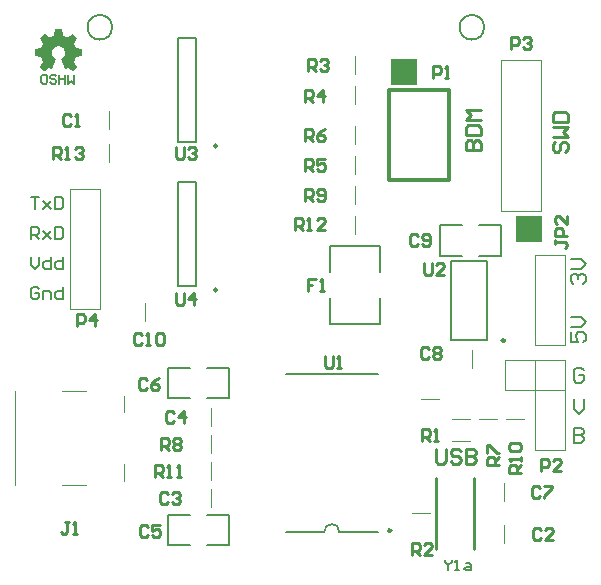
<source format=gto>
G04 Layer_Color=65535*
%FSLAX23Y23*%
%MOIN*%
G70*
G01*
G75*
%ADD22C,0.010*%
%ADD38C,0.010*%
%ADD39C,0.008*%
%ADD40C,0.008*%
%ADD41C,0.004*%
%ADD42C,0.012*%
%ADD43C,0.005*%
%ADD44C,0.007*%
%ADD45R,0.090X0.085*%
G36*
X173Y1854D02*
X173Y1854D01*
Y1853D01*
Y1853D01*
X177Y1833D01*
Y1833D01*
X177Y1833D01*
X178Y1832D01*
X178D01*
X191Y1827D01*
X193D01*
X209Y1838D01*
X210D01*
X210Y1838D01*
X225Y1824D01*
Y1824D01*
Y1823D01*
Y1823D01*
Y1823D01*
X213Y1806D01*
Y1806D01*
Y1806D01*
Y1806D01*
Y1805D01*
Y1805D01*
X219Y1791D01*
X219Y1791D01*
X220Y1790D01*
X220D01*
X239Y1787D01*
X240D01*
X240Y1787D01*
Y1786D01*
Y1786D01*
Y1766D01*
X240Y1766D01*
X239Y1765D01*
X239D01*
X221Y1761D01*
X220D01*
X220Y1761D01*
Y1761D01*
Y1761D01*
X214Y1746D01*
Y1745D01*
Y1745D01*
Y1745D01*
Y1745D01*
X225Y1729D01*
Y1729D01*
Y1728D01*
Y1728D01*
X210Y1714D01*
X210Y1714D01*
X209D01*
X209Y1714D01*
X194Y1724D01*
X193D01*
X186Y1720D01*
X185Y1721D01*
X184Y1721D01*
X171Y1755D01*
X171Y1756D01*
X171Y1756D01*
X173Y1757D01*
X173Y1757D01*
X174D01*
X174Y1758D01*
X174Y1758D01*
X178Y1760D01*
X180Y1763D01*
X181Y1766D01*
X183Y1769D01*
X183Y1771D01*
X184Y1774D01*
X184Y1775D01*
Y1776D01*
X184Y1779D01*
X183Y1782D01*
X182Y1784D01*
X181Y1787D01*
X179Y1789D01*
X179Y1790D01*
X178Y1791D01*
X178Y1791D01*
X175Y1793D01*
X173Y1795D01*
X170Y1796D01*
X168Y1797D01*
X165Y1798D01*
X164Y1798D01*
X162D01*
X159Y1798D01*
X156Y1797D01*
X153Y1796D01*
X151Y1794D01*
X149Y1793D01*
X148Y1792D01*
X147Y1791D01*
X147Y1791D01*
X145Y1789D01*
X143Y1786D01*
X142Y1783D01*
X141Y1781D01*
X141Y1779D01*
X141Y1777D01*
Y1776D01*
Y1776D01*
X141Y1771D01*
X142Y1768D01*
X144Y1765D01*
X146Y1762D01*
X148Y1760D01*
X149Y1759D01*
X150Y1758D01*
X151Y1758D01*
X151Y1757D01*
X151Y1757D01*
X151Y1757D01*
X153Y1756D01*
X154Y1755D01*
Y1755D01*
Y1755D01*
X140Y1721D01*
X139Y1721D01*
X139Y1720D01*
X139D01*
X132Y1724D01*
X131D01*
X116Y1714D01*
X115Y1714D01*
X114D01*
X114Y1714D01*
X100Y1728D01*
Y1728D01*
Y1728D01*
Y1729D01*
X111Y1745D01*
Y1745D01*
Y1745D01*
Y1746D01*
Y1746D01*
X105Y1761D01*
X104Y1761D01*
X104Y1761D01*
X104D01*
X85Y1765D01*
X85Y1766D01*
X84Y1766D01*
Y1766D01*
Y1786D01*
Y1787D01*
X85Y1787D01*
X85D01*
X104Y1790D01*
X105Y1791D01*
X105Y1791D01*
Y1791D01*
X111Y1805D01*
Y1805D01*
Y1806D01*
Y1806D01*
Y1806D01*
X100Y1823D01*
Y1823D01*
Y1823D01*
Y1824D01*
Y1824D01*
X114Y1838D01*
X114Y1838D01*
X116D01*
X132Y1827D01*
X133D01*
X147Y1832D01*
X147Y1833D01*
X148Y1833D01*
Y1833D01*
Y1833D01*
X151Y1853D01*
Y1854D01*
X152Y1854D01*
X172D01*
X173Y1854D01*
D02*
G37*
G36*
X1754Y1173D02*
X1689D01*
X1724Y1227D01*
X1754Y1173D01*
D02*
G37*
G36*
X1316Y1669D02*
X1286Y1724D01*
X1350D01*
X1316Y1669D01*
D02*
G37*
D22*
X1422Y122D02*
Y358D01*
X1548Y122D02*
Y358D01*
X1767Y323D02*
X1760Y330D01*
X1747D01*
X1740Y323D01*
Y297D01*
X1747Y290D01*
X1760D01*
X1767Y297D01*
X1780Y330D02*
X1807D01*
Y323D01*
X1780Y297D01*
Y290D01*
X1772Y183D02*
X1765Y190D01*
X1752D01*
X1745Y183D01*
Y157D01*
X1752Y150D01*
X1765D01*
X1772Y157D01*
X1812Y150D02*
X1785D01*
X1812Y177D01*
Y183D01*
X1805Y190D01*
X1792D01*
X1785Y183D01*
X1705Y375D02*
X1665D01*
Y395D01*
X1672Y402D01*
X1685D01*
X1692Y395D01*
Y375D01*
Y388D02*
X1705Y402D01*
Y415D02*
Y428D01*
Y422D01*
X1665D01*
X1672Y415D01*
Y448D02*
X1665Y455D01*
Y468D01*
X1672Y475D01*
X1698D01*
X1705Y468D01*
Y455D01*
X1698Y448D01*
X1672D01*
X985Y1280D02*
Y1320D01*
X1005D01*
X1012Y1313D01*
Y1300D01*
X1005Y1293D01*
X985D01*
X998D02*
X1012Y1280D01*
X1025Y1287D02*
X1032Y1280D01*
X1045D01*
X1052Y1287D01*
Y1313D01*
X1045Y1320D01*
X1032D01*
X1025Y1313D01*
Y1307D01*
X1032Y1300D01*
X1052D01*
X197Y210D02*
X183D01*
X190D01*
Y177D01*
X183Y170D01*
X177D01*
X170Y177D01*
X210Y170D02*
X223D01*
X217D01*
Y210D01*
X210Y203D01*
X442Y833D02*
X435Y840D01*
X422D01*
X415Y833D01*
Y807D01*
X422Y800D01*
X435D01*
X442Y807D01*
X455Y800D02*
X468D01*
X462D01*
Y840D01*
X455Y833D01*
X488D02*
X495Y840D01*
X508D01*
X515Y833D01*
Y807D01*
X508Y800D01*
X495D01*
X488Y807D01*
Y833D01*
X1670Y1788D02*
Y1828D01*
X1690D01*
X1697Y1821D01*
Y1808D01*
X1690Y1801D01*
X1670D01*
X1710Y1821D02*
X1717Y1828D01*
X1730D01*
X1737Y1821D01*
Y1815D01*
X1730Y1808D01*
X1723D01*
X1730D01*
X1737Y1801D01*
Y1795D01*
X1730Y1788D01*
X1717D01*
X1710Y1795D01*
X555Y975D02*
Y942D01*
X562Y935D01*
X575D01*
X582Y942D01*
Y975D01*
X615Y935D02*
Y975D01*
X595Y955D01*
X622D01*
X204Y1563D02*
X197Y1570D01*
X184D01*
X177Y1563D01*
Y1537D01*
X184Y1530D01*
X197D01*
X204Y1537D01*
X217Y1530D02*
X230D01*
X224D01*
Y1570D01*
X217Y1563D01*
X555Y1460D02*
Y1427D01*
X562Y1420D01*
X575D01*
X582Y1427D01*
Y1460D01*
X595Y1453D02*
X602Y1460D01*
X615D01*
X622Y1453D01*
Y1447D01*
X615Y1440D01*
X608D01*
X615D01*
X622Y1433D01*
Y1427D01*
X615Y1420D01*
X602D01*
X595Y1427D01*
X995Y1715D02*
Y1755D01*
X1015D01*
X1022Y1748D01*
Y1735D01*
X1015Y1728D01*
X995D01*
X1008D02*
X1022Y1715D01*
X1035Y1748D02*
X1042Y1755D01*
X1055D01*
X1062Y1748D01*
Y1742D01*
X1055Y1735D01*
X1048D01*
X1055D01*
X1062Y1728D01*
Y1722D01*
X1055Y1715D01*
X1042D01*
X1035Y1722D01*
X985Y1380D02*
Y1420D01*
X1005D01*
X1012Y1413D01*
Y1400D01*
X1005Y1393D01*
X985D01*
X998D02*
X1012Y1380D01*
X1052Y1420D02*
X1025D01*
Y1400D01*
X1038Y1407D01*
X1045D01*
X1052Y1400D01*
Y1387D01*
X1045Y1380D01*
X1032D01*
X1025Y1387D01*
X985Y1610D02*
Y1650D01*
X1005D01*
X1012Y1643D01*
Y1630D01*
X1005Y1623D01*
X985D01*
X998D02*
X1012Y1610D01*
X1045D02*
Y1650D01*
X1025Y1630D01*
X1052D01*
X985Y1480D02*
Y1520D01*
X1005D01*
X1012Y1513D01*
Y1500D01*
X1005Y1493D01*
X985D01*
X998D02*
X1012Y1480D01*
X1052Y1520D02*
X1038Y1513D01*
X1025Y1500D01*
Y1487D01*
X1032Y1480D01*
X1045D01*
X1052Y1487D01*
Y1493D01*
X1045Y1500D01*
X1025D01*
X547Y573D02*
X540Y580D01*
X527D01*
X520Y573D01*
Y547D01*
X527Y540D01*
X540D01*
X547Y547D01*
X580Y540D02*
Y580D01*
X560Y560D01*
X587D01*
X1375Y481D02*
Y521D01*
X1395D01*
X1402Y515D01*
Y501D01*
X1395Y495D01*
X1375D01*
X1388D02*
X1402Y481D01*
X1415D02*
X1428D01*
X1422D01*
Y521D01*
X1415Y515D01*
X505Y450D02*
Y490D01*
X525D01*
X532Y483D01*
Y470D01*
X525Y463D01*
X505D01*
X518D02*
X532Y450D01*
X545Y483D02*
X552Y490D01*
X565D01*
X572Y483D01*
Y477D01*
X565Y470D01*
X572Y463D01*
Y457D01*
X565Y450D01*
X552D01*
X545Y457D01*
Y463D01*
X552Y470D01*
X545Y477D01*
Y483D01*
X552Y470D02*
X565D01*
X485Y360D02*
Y400D01*
X505D01*
X512Y393D01*
Y380D01*
X505Y373D01*
X485D01*
X498D02*
X512Y360D01*
X525D02*
X538D01*
X532D01*
Y400D01*
X525Y393D01*
X558Y360D02*
X572D01*
X565D01*
Y400D01*
X558Y393D01*
X527Y303D02*
X520Y310D01*
X507D01*
X500Y303D01*
Y277D01*
X507Y270D01*
X520D01*
X527Y277D01*
X540Y303D02*
X547Y310D01*
X560D01*
X567Y303D01*
Y297D01*
X560Y290D01*
X553D01*
X560D01*
X567Y283D01*
Y277D01*
X560Y270D01*
X547D01*
X540Y277D01*
X1340Y100D02*
Y140D01*
X1360D01*
X1367Y133D01*
Y120D01*
X1360Y113D01*
X1340D01*
X1353D02*
X1367Y100D01*
X1407D02*
X1380D01*
X1407Y127D01*
Y133D01*
X1400Y140D01*
X1387D01*
X1380Y133D01*
X462Y193D02*
X455Y200D01*
X442D01*
X435Y193D01*
Y167D01*
X442Y160D01*
X455D01*
X462Y167D01*
X502Y200D02*
X475D01*
Y180D01*
X488Y187D01*
X495D01*
X502Y180D01*
Y167D01*
X495Y160D01*
X482D01*
X475Y167D01*
X457Y683D02*
X450Y690D01*
X437D01*
X430Y683D01*
Y657D01*
X437Y650D01*
X450D01*
X457Y657D01*
X497Y690D02*
X483Y683D01*
X470Y670D01*
Y657D01*
X477Y650D01*
X490D01*
X497Y657D01*
Y663D01*
X490Y670D01*
X470D01*
X1630Y400D02*
X1590D01*
Y420D01*
X1597Y427D01*
X1610D01*
X1617Y420D01*
Y400D01*
Y413D02*
X1630Y427D01*
X1590Y440D02*
Y467D01*
X1597D01*
X1623Y440D01*
X1630D01*
X1770Y380D02*
Y420D01*
X1790D01*
X1797Y413D01*
Y400D01*
X1790Y393D01*
X1770D01*
X1837Y380D02*
X1810D01*
X1837Y407D01*
Y413D01*
X1830Y420D01*
X1817D01*
X1810Y413D01*
X1050Y765D02*
Y732D01*
X1057Y725D01*
X1070D01*
X1077Y732D01*
Y765D01*
X1090Y725D02*
X1103D01*
X1097D01*
Y765D01*
X1090Y758D01*
X1409Y1690D02*
Y1730D01*
X1429D01*
X1436Y1723D01*
Y1710D01*
X1429Y1703D01*
X1409D01*
X1449Y1690D02*
X1462D01*
X1456D01*
Y1730D01*
X1449Y1723D01*
X225Y863D02*
Y903D01*
X245D01*
X252Y896D01*
Y883D01*
X245Y876D01*
X225D01*
X285Y863D02*
Y903D01*
X265Y883D01*
X292D01*
X950Y1185D02*
Y1225D01*
X970D01*
X977Y1218D01*
Y1205D01*
X970Y1198D01*
X950D01*
X963D02*
X977Y1185D01*
X990D02*
X1003D01*
X997D01*
Y1225D01*
X990Y1218D01*
X1050Y1185D02*
X1023D01*
X1050Y1212D01*
Y1218D01*
X1043Y1225D01*
X1030D01*
X1023Y1218D01*
X145Y1420D02*
Y1460D01*
X165D01*
X172Y1453D01*
Y1440D01*
X165Y1433D01*
X145D01*
X158D02*
X172Y1420D01*
X185D02*
X198D01*
X192D01*
Y1460D01*
X185Y1453D01*
X218D02*
X225Y1460D01*
X238D01*
X245Y1453D01*
Y1447D01*
X238Y1440D01*
X232D01*
X238D01*
X245Y1433D01*
Y1427D01*
X238Y1420D01*
X225D01*
X218Y1427D01*
X1397Y788D02*
X1390Y795D01*
X1377D01*
X1370Y788D01*
Y762D01*
X1377Y755D01*
X1390D01*
X1397Y762D01*
X1410Y788D02*
X1417Y795D01*
X1430D01*
X1437Y788D01*
Y782D01*
X1430Y775D01*
X1437Y768D01*
Y762D01*
X1430Y755D01*
X1417D01*
X1410Y762D01*
Y768D01*
X1417Y775D01*
X1410Y782D01*
Y788D01*
X1417Y775D02*
X1430D01*
X1362Y1163D02*
X1355Y1170D01*
X1342D01*
X1335Y1163D01*
Y1137D01*
X1342Y1130D01*
X1355D01*
X1362Y1137D01*
X1375D02*
X1382Y1130D01*
X1395D01*
X1402Y1137D01*
Y1163D01*
X1395Y1170D01*
X1382D01*
X1375Y1163D01*
Y1157D01*
X1382Y1150D01*
X1402D01*
X1380Y1075D02*
Y1042D01*
X1387Y1035D01*
X1400D01*
X1407Y1042D01*
Y1075D01*
X1447Y1035D02*
X1420D01*
X1447Y1062D01*
Y1068D01*
X1440Y1075D01*
X1427D01*
X1420Y1068D01*
X1022Y1020D02*
X995D01*
Y1000D01*
X1008D01*
X995D01*
Y980D01*
X1035D02*
X1048D01*
X1042D01*
Y1020D01*
X1035Y1013D01*
X1817Y1152D02*
Y1138D01*
Y1145D01*
X1850D01*
X1857Y1138D01*
Y1132D01*
X1850Y1125D01*
X1857Y1165D02*
X1817D01*
Y1185D01*
X1824Y1192D01*
X1837D01*
X1844Y1185D01*
Y1165D01*
X1857Y1232D02*
Y1205D01*
X1830Y1232D01*
X1824D01*
X1817Y1225D01*
Y1212D01*
X1824Y1205D01*
X1520Y1450D02*
X1570D01*
Y1475D01*
X1562Y1483D01*
X1553D01*
X1545Y1475D01*
Y1450D01*
Y1475D01*
X1537Y1483D01*
X1528D01*
X1520Y1475D01*
Y1450D01*
Y1500D02*
X1570D01*
Y1525D01*
X1562Y1533D01*
X1528D01*
X1520Y1525D01*
Y1500D01*
X1570Y1550D02*
X1520D01*
X1537Y1567D01*
X1520Y1583D01*
X1570D01*
X1420Y455D02*
Y413D01*
X1428Y405D01*
X1445D01*
X1453Y413D01*
Y455D01*
X1503Y447D02*
X1495Y455D01*
X1478D01*
X1470Y447D01*
Y438D01*
X1478Y430D01*
X1495D01*
X1503Y422D01*
Y413D01*
X1495Y405D01*
X1478D01*
X1470Y413D01*
X1520Y455D02*
Y405D01*
X1545D01*
X1553Y413D01*
Y422D01*
X1545Y430D01*
X1520D01*
X1545D01*
X1553Y438D01*
Y447D01*
X1545Y455D01*
X1520D01*
X1818Y1478D02*
X1810Y1470D01*
Y1453D01*
X1818Y1445D01*
X1827D01*
X1835Y1453D01*
Y1470D01*
X1843Y1478D01*
X1852D01*
X1860Y1470D01*
Y1453D01*
X1852Y1445D01*
X1810Y1495D02*
X1860D01*
X1843Y1512D01*
X1860Y1528D01*
X1810D01*
Y1545D02*
X1860D01*
Y1570D01*
X1852Y1578D01*
X1818D01*
X1810Y1570D01*
Y1545D01*
D38*
X1271Y183D02*
G03*
X1271Y183I-5J0D01*
G01*
X691Y1465D02*
G03*
X691Y1465I-5J0D01*
G01*
Y985D02*
G03*
X691Y985I-5J0D01*
G01*
X1650Y816D02*
G03*
X1650Y816I-5J0D01*
G01*
D39*
X1098Y179D02*
G03*
X1048Y179I-25J0D01*
G01*
X1433Y1201D02*
X1507D01*
X1563D02*
X1637D01*
X1433Y1099D02*
X1507D01*
X1563D02*
X1637D01*
X1433D02*
Y1201D01*
X1637Y1099D02*
Y1201D01*
X732Y624D02*
Y726D01*
X528Y624D02*
Y726D01*
X658Y624D02*
X732D01*
X528D02*
X602D01*
X658Y726D02*
X732D01*
X528D02*
X602D01*
X528Y236D02*
X602D01*
X658D02*
X732D01*
X528Y134D02*
X602D01*
X658D02*
X732D01*
X528D02*
Y236D01*
X732Y134D02*
Y236D01*
X920Y704D02*
X1227D01*
X1098Y179D02*
X1227D01*
X920D02*
X1048D01*
X559Y1823D02*
X621D01*
X559Y1477D02*
X621D01*
X559D02*
Y1823D01*
X621Y1477D02*
Y1823D01*
X559Y1343D02*
X621D01*
X559Y997D02*
X621D01*
X559D02*
Y1343D01*
X621Y997D02*
Y1343D01*
X1067Y870D02*
Y957D01*
X1233Y870D02*
Y957D01*
X1067Y870D02*
X1233D01*
X1067Y1130D02*
X1233D01*
X1067Y1043D02*
Y1130D01*
X1233Y1043D02*
Y1130D01*
X1471Y1082D02*
X1589D01*
X1471Y818D02*
X1589D01*
X1471D02*
Y1082D01*
X1589Y818D02*
Y1082D01*
D40*
X341Y1860D02*
G03*
X341Y1860I-41J0D01*
G01*
X1581D02*
G03*
X1581Y1860I-41J0D01*
G01*
X1880Y525D02*
Y475D01*
X1905D01*
X1913Y483D01*
Y492D01*
X1905Y500D01*
X1880D01*
X1905D01*
X1913Y508D01*
Y517D01*
X1905Y525D01*
X1880D01*
X1913Y717D02*
X1905Y725D01*
X1888D01*
X1880Y717D01*
Y683D01*
X1888Y675D01*
X1905D01*
X1913Y683D01*
Y700D01*
X1897D01*
X1880Y620D02*
Y587D01*
X1897Y570D01*
X1913Y587D01*
Y620D01*
X70Y1155D02*
Y1195D01*
X90D01*
X97Y1188D01*
Y1175D01*
X90Y1168D01*
X70D01*
X83D02*
X97Y1155D01*
X110Y1182D02*
X137Y1155D01*
X123Y1168D01*
X137Y1182D01*
X110Y1155D01*
X150Y1195D02*
Y1155D01*
X170D01*
X177Y1162D01*
Y1188D01*
X170Y1195D01*
X150D01*
X70Y1295D02*
X97D01*
X83D01*
Y1255D01*
X110Y1282D02*
X137Y1255D01*
X123Y1268D01*
X137Y1282D01*
X110Y1255D01*
X150Y1295D02*
Y1255D01*
X170D01*
X177Y1262D01*
Y1288D01*
X170Y1295D01*
X150D01*
X97Y988D02*
X90Y995D01*
X77D01*
X70Y988D01*
Y962D01*
X77Y955D01*
X90D01*
X97Y962D01*
Y975D01*
X83D01*
X110Y955D02*
Y982D01*
X130D01*
X137Y975D01*
Y955D01*
X177Y995D02*
Y955D01*
X157D01*
X150Y962D01*
Y975D01*
X157Y982D01*
X177D01*
X70Y1095D02*
Y1068D01*
X83Y1055D01*
X97Y1068D01*
Y1095D01*
X137D02*
Y1055D01*
X117D01*
X110Y1062D01*
Y1075D01*
X117Y1082D01*
X137D01*
X177Y1095D02*
Y1055D01*
X157D01*
X150Y1062D01*
Y1075D01*
X157Y1082D01*
X177D01*
X1878Y1005D02*
X1870Y1013D01*
Y1030D01*
X1878Y1038D01*
X1887D01*
X1895Y1030D01*
Y1022D01*
Y1030D01*
X1903Y1038D01*
X1912D01*
X1920Y1030D01*
Y1013D01*
X1912Y1005D01*
X1870Y1055D02*
X1903D01*
X1920Y1072D01*
X1903Y1088D01*
X1870D01*
Y843D02*
Y810D01*
X1895D01*
X1887Y827D01*
Y835D01*
X1895Y843D01*
X1912D01*
X1920Y835D01*
Y818D01*
X1912Y810D01*
X1870Y860D02*
X1903D01*
X1920Y877D01*
X1903Y893D01*
X1870D01*
D41*
X1475Y555D02*
X1535D01*
X1475Y481D02*
X1535D01*
X1540Y725D02*
Y785D01*
X670Y260D02*
Y320D01*
Y530D02*
Y590D01*
X330Y1520D02*
Y1580D01*
X450Y880D02*
Y940D01*
X1648Y140D02*
Y200D01*
Y280D02*
Y340D01*
X330Y1410D02*
Y1470D01*
X1150Y1170D02*
Y1230D01*
X1565Y555D02*
X1625D01*
X1340Y240D02*
X1400D01*
X670Y350D02*
Y410D01*
Y440D02*
Y500D01*
X1370Y620D02*
X1430D01*
X1150Y1470D02*
Y1530D01*
Y1605D02*
Y1665D01*
Y1370D02*
Y1430D01*
Y1705D02*
Y1765D01*
Y1270D02*
Y1330D01*
X1655Y555D02*
X1715D01*
X379Y348D02*
Y403D01*
Y577D02*
Y632D01*
X175Y333D02*
X253D01*
X175Y647D02*
X253D01*
X17Y333D02*
Y647D01*
X1750Y450D02*
X1850D01*
X1750D02*
Y750D01*
X1850D01*
Y450D02*
Y750D01*
X1750Y1100D02*
X1850D01*
Y800D02*
Y1100D01*
X1750Y800D02*
X1850D01*
X1750D02*
Y1100D01*
X200Y920D02*
X300D01*
X200D02*
Y1320D01*
X300D01*
Y920D02*
Y1320D01*
X1638Y1247D02*
X1772D01*
Y1752D01*
X1638D02*
X1772D01*
X1638Y1247D02*
Y1752D01*
X1650Y650D02*
Y750D01*
X1850D01*
Y650D02*
Y750D01*
X1650Y650D02*
X1850D01*
D42*
X1265Y1350D02*
X1465D01*
X1265D02*
Y1650D01*
X1465D01*
Y1350D02*
Y1650D01*
D43*
X1450Y85D02*
Y79D01*
X1462Y67D01*
X1473Y79D01*
Y85D01*
X1462Y67D02*
Y50D01*
X1485D02*
X1497D01*
X1491D01*
Y85D01*
X1485Y79D01*
X1520Y73D02*
X1532D01*
X1537Y67D01*
Y50D01*
X1520D01*
X1514Y56D01*
X1520Y62D01*
X1537D01*
D44*
X119Y1702D02*
X109D01*
X104Y1697D01*
Y1677D01*
X109Y1672D01*
X119D01*
X124Y1677D01*
Y1697D01*
X119Y1702D01*
X154Y1697D02*
X149Y1702D01*
X139D01*
X134Y1697D01*
Y1692D01*
X139Y1687D01*
X149D01*
X154Y1682D01*
Y1677D01*
X149Y1672D01*
X139D01*
X134Y1677D01*
X164Y1702D02*
Y1672D01*
Y1687D01*
X184D01*
Y1702D01*
Y1672D01*
X194Y1702D02*
Y1672D01*
X204Y1682D01*
X214Y1672D01*
Y1702D01*
D45*
X1730Y1188D02*
D03*
X1315Y1712D02*
D03*
M02*

</source>
